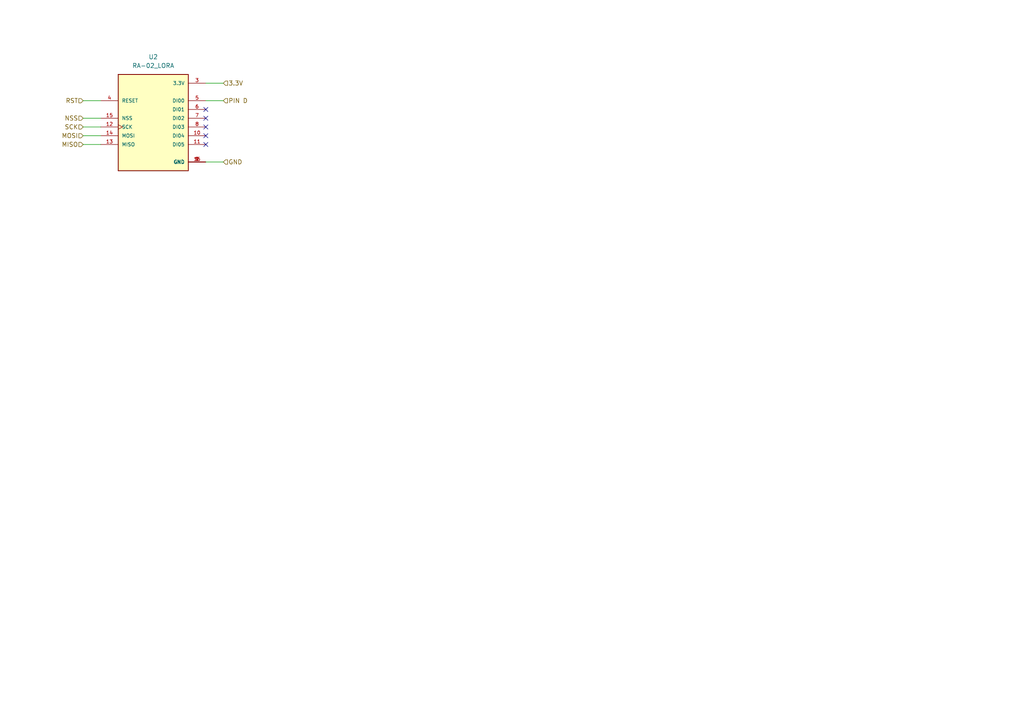
<source format=kicad_sch>
(kicad_sch (version 20231120) (generator "eeschema") (generator_version "8.0")
  (paper "A4")
  (lib_symbols
    (symbol "RA-02_LORA:RA-02_LORA" (pin_names (offset 1.016))
      (property "Reference" "U" (at -10.16 16.51 0))
      (property "Value" "RA-02_LORA" (at -10.16 -13.97 0))
      (symbol "RA-02_LORA_0_0"
        (rectangle (start -10.16 -12.7) (end 10.16 15.24) (stroke (width 0.254)) (fill (type background)))
        (pin power_in line (at 15.24 -10.16 180) (length 5.08) (name "GND") (number "1"))
        (pin bidirectional line (at 15.24 -2.54 180) (length 5.08) (name "DI04") (number "10"))
        (pin bidirectional line (at 15.24 -5.08 180) (length 5.08) (name "DI05") (number "11"))
        (pin input clock (at -15.24 0 0) (length 5.08) (name "SCK") (number "12"))
        (pin output line (at -15.24 -5.08 0) (length 5.08) (name "MISO") (number "13"))
        (pin input line (at -15.24 -2.54 0) (length 5.08) (name "MOSI") (number "14"))
        (pin input line (at -15.24 2.54 0) (length 5.08) (name "NSS") (number "15"))
        (pin power_in line (at 15.24 -10.16 180) (length 5.08) (name "GND") (number "16"))
        (pin power_in line (at 15.24 -10.16 180) (length 5.08) (name "GND") (number "2"))
        (pin power_in line (at 15.24 12.7 180) (length 5.08) (name "3.3V") (number "3"))
        (pin input line (at -15.24 7.62 0) (length 5.08) (name "RESET") (number "4"))
        (pin bidirectional line (at 15.24 7.62 180) (length 5.08) (name "DI00") (number "5"))
        (pin bidirectional line (at 15.24 5.08 180) (length 5.08) (name "DI01") (number "6"))
        (pin bidirectional line (at 15.24 2.54 180) (length 5.08) (name "DI02") (number "7"))
        (pin bidirectional line (at 15.24 0 180) (length 5.08) (name "DI03") (number "8"))
        (pin power_in line (at 15.24 -10.16 180) (length 5.08) (name "GND") (number "9"))
      )
    )
  )
  (no_connect (at 59.69 31.75))
  (no_connect (at 59.69 36.83))
  (no_connect (at 59.69 41.91))
  (no_connect (at 59.69 34.29))
  (no_connect (at 59.69 39.37))
  (wire (pts (xy 59.69 29.21) (xy 64.77 29.21)))
  (wire (pts (xy 24.13 29.21) (xy 29.21 29.21)))
  (wire (pts (xy 24.13 41.91) (xy 29.21 41.91)))
  (wire (pts (xy 59.69 46.99) (xy 64.77 46.99)))
  (wire (pts (xy 59.69 24.13) (xy 64.77 24.13)))
  (wire (pts (xy 24.13 39.37) (xy 29.21 39.37)))
  (wire (pts (xy 24.13 36.83) (xy 29.21 36.83)))
  (wire (pts (xy 24.13 34.29) (xy 29.21 34.29)))
  (hierarchical_label "SCK" (shape input) (at 24.13 36.83 180))
  (hierarchical_label "MOSI" (shape input) (at 24.13 39.37 180))
  (hierarchical_label "RST" (shape input) (at 24.13 29.21 180))
  (hierarchical_label "GND" (shape input) (at 64.77 46.99 0))
  (hierarchical_label "3.3V" (shape input) (at 64.77 24.13 0))
  (hierarchical_label "NSS" (shape input) (at 24.13 34.29 180))
  (hierarchical_label "MISO" (shape input) (at 24.13 41.91 180))
  (hierarchical_label "PIN D" (shape input) (at 64.77 29.21 0))
  (symbol (lib_id "RA-02_LORA:RA-02_LORA") (at 44.45 36.83 0) (unit 1)
    (property "Reference" "U2" (at 44.45 16.51 0))
    (property "Value" "RA-02_LORA" (at 44.45 19.05 0))
    (property "Footprint" "RA-02_LORA:MODULE_RA-02_LORA" (effects (hide yes)))
    (property "MF" "AI-Thinker" (effects (hide yes)))
    (property "MAXIMUM_PACKAGE_HEIGHT" "3.3mm" (effects (hide yes)))
    (property "Package" "None" (effects (hide yes)))
    (property "Price" "None" (effects (hide yes)))
    (property "Check_prices" "https://www.snapeda.com/parts/Ra-02%20LoRa/AI-Thinker/view-part/?ref=eda" (effects (hide yes)))
    (property "STANDARD" "Manufacturer Recommendations" (effects (hide yes)))
    (property "PARTREV" "2018/03/02" (effects (hide yes)))
    (property "SnapEDA_Link" "https://www.snapeda.com/parts/Ra-02%20LoRa/AI-Thinker/view-part/?ref=snap" (effects (hide yes)))
    (property "MP" "Ra-02 LoRa" (effects (hide yes)))
    (property "Description_1" "\nRa-02 LoRa RF M5Stack Platform Evaluation Expansion Board\n" (effects (hide yes)))
    (property "Availability" "Not in stock" (effects (hide yes)))
    (property "MANUFACTURER" "Ai-Thinker" (effects (hide yes)))
  )
)
</source>
